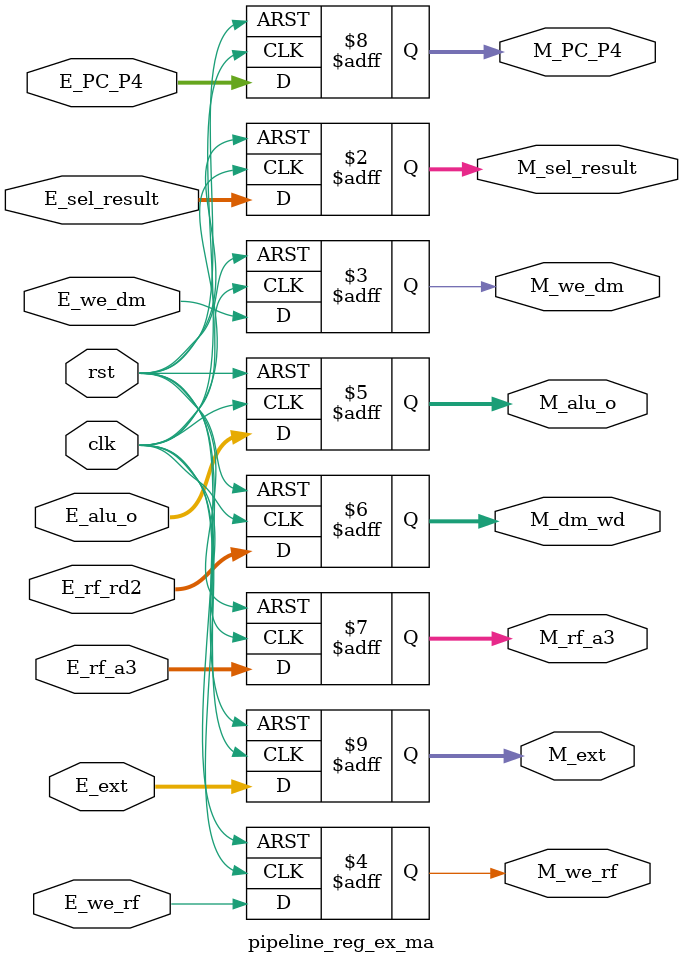
<source format=v>
module pipeline_reg_ex_ma(
    input  wire        clk,
    input  wire        rst,
    // Control signals from EX stage
    input  wire [1:0]  E_sel_result,
    input  wire        E_we_dm,
    input  wire        E_we_rf,
    // Data from EX stage
    input  wire [31:0] E_alu_o,
    input  wire [31:0] E_rf_rd2,
    input  wire [4:0]  E_rf_a3,
    input  wire [31:0] E_PC_P4,
    input  wire [31:0] E_ext,        // Immediate (for LUI)
    
    // Outputs to MA stage
    output reg  [1:0]  M_sel_result,
    output reg         M_we_dm,
    output reg         M_we_rf,
    output reg  [31:0] M_alu_o,
    output reg  [31:0] M_dm_wd,
    output reg  [4:0]  M_rf_a3,
    output reg  [31:0] M_PC_P4,
    output reg  [31:0] M_ext         // Immediate (for LUI)
);

    always @(posedge clk or posedge rst) begin
        if (rst) begin
            M_sel_result <= 2'b00;
            M_we_dm      <= 1'b0;
            M_we_rf      <= 1'b0;
            M_alu_o      <= 32'h00000000;
            M_dm_wd      <= 32'h00000000;
            M_rf_a3      <= 5'b00000;
            M_PC_P4      <= 32'h00000000;
            M_ext        <= 32'h00000000;
        end else begin
            M_sel_result <= E_sel_result;
            M_we_dm      <= E_we_dm;
            M_we_rf      <= E_we_rf;
            M_alu_o      <= E_alu_o;
            M_dm_wd      <= E_rf_rd2;
            M_rf_a3      <= E_rf_a3;
            M_PC_P4      <= E_PC_P4;
            M_ext        <= E_ext;
        end
    end

endmodule

</source>
